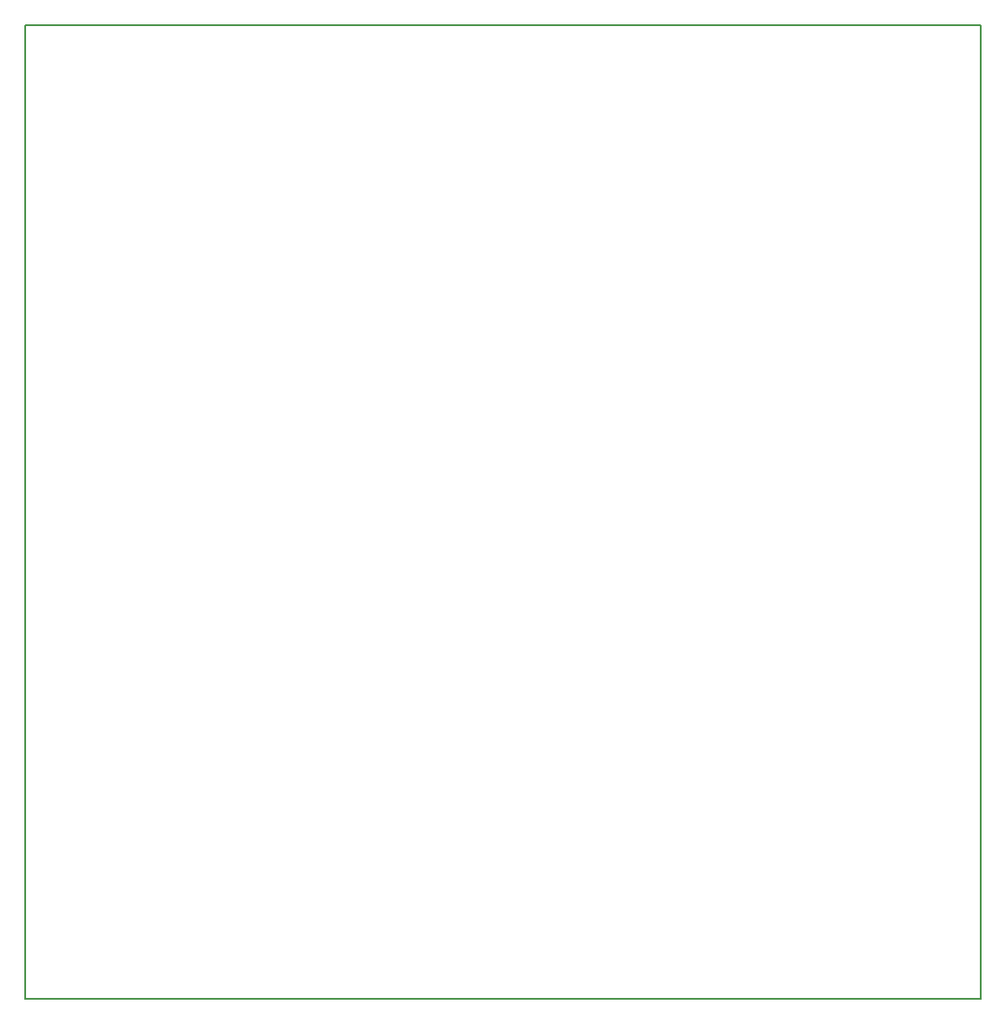
<source format=gko>
G04*
G04 #@! TF.GenerationSoftware,Altium Limited,Altium Designer,20.0.13 (296)*
G04*
G04 Layer_Color=16711935*
%FSLAX44Y44*%
%MOMM*%
G71*
G01*
G75*
%ADD10C,0.2000*%
D10*
X0Y0D02*
X900000D01*
Y916500D01*
X0D02*
X900000D01*
X0Y0D02*
Y916500D01*
M02*

</source>
